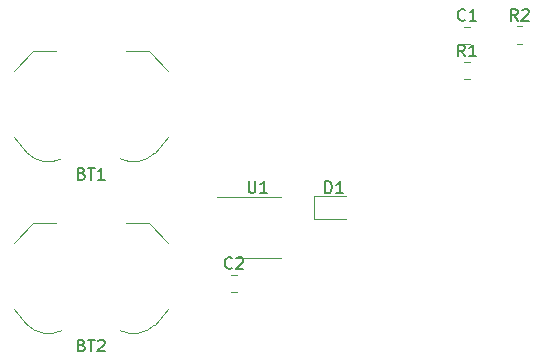
<source format=gbr>
%TF.GenerationSoftware,KiCad,Pcbnew,(5.1.10)-1*%
%TF.CreationDate,2021-09-28T21:44:29-07:00*%
%TF.ProjectId,TomasMendoza,546f6d61-734d-4656-9e64-6f7a612e6b69,rev?*%
%TF.SameCoordinates,Original*%
%TF.FileFunction,Legend,Top*%
%TF.FilePolarity,Positive*%
%FSLAX46Y46*%
G04 Gerber Fmt 4.6, Leading zero omitted, Abs format (unit mm)*
G04 Created by KiCad (PCBNEW (5.1.10)-1) date 2021-09-28 21:44:29*
%MOMM*%
%LPD*%
G01*
G04 APERTURE LIST*
%ADD10C,0.120000*%
%ADD11C,0.150000*%
G04 APERTURE END LIST*
D10*
%TO.C,U1*%
X165715001Y-103615001D02*
X162265001Y-103615001D01*
X165715001Y-103615001D02*
X167665001Y-103615001D01*
X165715001Y-108735001D02*
X163765001Y-108735001D01*
X165715001Y-108735001D02*
X167665001Y-108735001D01*
%TO.C,BT1*%
X145065001Y-92925001D02*
X146715001Y-91275001D01*
X156515001Y-91275001D02*
X158165001Y-92925001D01*
X156515001Y-91275001D02*
X154615001Y-91275001D01*
X146715001Y-91275001D02*
X148615001Y-91275001D01*
X145065001Y-98525001D02*
X146215001Y-99875001D01*
X158165001Y-98525001D02*
X157015001Y-99875001D01*
X149110903Y-100372608D02*
G75*
G02*
X146215001Y-99875001I-1095902J2297607D01*
G01*
X154116695Y-100371459D02*
G75*
G03*
X157015001Y-99875001I1098306J2296458D01*
G01*
%TO.C,BT2*%
X158165001Y-113075001D02*
X157015001Y-114425001D01*
X145065001Y-113075001D02*
X146215001Y-114425001D01*
X146715001Y-105825001D02*
X148615001Y-105825001D01*
X156515001Y-105825001D02*
X154615001Y-105825001D01*
X156515001Y-105825001D02*
X158165001Y-107475001D01*
X145065001Y-107475001D02*
X146715001Y-105825001D01*
X154116695Y-114921459D02*
G75*
G03*
X157015001Y-114425001I1098306J2296458D01*
G01*
X149110903Y-114922608D02*
G75*
G02*
X146215001Y-114425001I-1095902J2297607D01*
G01*
%TO.C,C1*%
X183203749Y-89170001D02*
X183726253Y-89170001D01*
X183203749Y-90640001D02*
X183726253Y-90640001D01*
%TO.C,C2*%
X163453749Y-111640001D02*
X163976253Y-111640001D01*
X163453749Y-110170001D02*
X163976253Y-110170001D01*
%TO.C,D1*%
X170500001Y-105430001D02*
X173185001Y-105430001D01*
X170500001Y-103510001D02*
X170500001Y-105430001D01*
X173185001Y-103510001D02*
X170500001Y-103510001D01*
%TO.C,R1*%
X183217937Y-93620001D02*
X183672065Y-93620001D01*
X183217937Y-92150001D02*
X183672065Y-92150001D01*
%TO.C,R2*%
X187667937Y-89140001D02*
X188122065Y-89140001D01*
X187667937Y-90610001D02*
X188122065Y-90610001D01*
%TO.C,U1*%
D11*
X164953096Y-102227381D02*
X164953096Y-103036905D01*
X165000715Y-103132143D01*
X165048334Y-103179762D01*
X165143572Y-103227381D01*
X165334048Y-103227381D01*
X165429286Y-103179762D01*
X165476905Y-103132143D01*
X165524524Y-103036905D01*
X165524524Y-102227381D01*
X166524524Y-103227381D02*
X165953096Y-103227381D01*
X166238810Y-103227381D02*
X166238810Y-102227381D01*
X166143572Y-102370239D01*
X166048334Y-102465477D01*
X165953096Y-102513096D01*
%TO.C,BT1*%
X150829286Y-101603572D02*
X150972143Y-101651191D01*
X151019762Y-101698810D01*
X151067381Y-101794048D01*
X151067381Y-101936905D01*
X151019762Y-102032143D01*
X150972143Y-102079762D01*
X150876905Y-102127381D01*
X150495953Y-102127381D01*
X150495953Y-101127381D01*
X150829286Y-101127381D01*
X150924524Y-101175001D01*
X150972143Y-101222620D01*
X151019762Y-101317858D01*
X151019762Y-101413096D01*
X150972143Y-101508334D01*
X150924524Y-101555953D01*
X150829286Y-101603572D01*
X150495953Y-101603572D01*
X151353096Y-101127381D02*
X151924524Y-101127381D01*
X151638810Y-102127381D02*
X151638810Y-101127381D01*
X152781667Y-102127381D02*
X152210239Y-102127381D01*
X152495953Y-102127381D02*
X152495953Y-101127381D01*
X152400715Y-101270239D01*
X152305477Y-101365477D01*
X152210239Y-101413096D01*
%TO.C,BT2*%
X150829286Y-116153572D02*
X150972143Y-116201191D01*
X151019762Y-116248810D01*
X151067381Y-116344048D01*
X151067381Y-116486905D01*
X151019762Y-116582143D01*
X150972143Y-116629762D01*
X150876905Y-116677381D01*
X150495953Y-116677381D01*
X150495953Y-115677381D01*
X150829286Y-115677381D01*
X150924524Y-115725001D01*
X150972143Y-115772620D01*
X151019762Y-115867858D01*
X151019762Y-115963096D01*
X150972143Y-116058334D01*
X150924524Y-116105953D01*
X150829286Y-116153572D01*
X150495953Y-116153572D01*
X151353096Y-115677381D02*
X151924524Y-115677381D01*
X151638810Y-116677381D02*
X151638810Y-115677381D01*
X152210239Y-115772620D02*
X152257858Y-115725001D01*
X152353096Y-115677381D01*
X152591191Y-115677381D01*
X152686429Y-115725001D01*
X152734048Y-115772620D01*
X152781667Y-115867858D01*
X152781667Y-115963096D01*
X152734048Y-116105953D01*
X152162620Y-116677381D01*
X152781667Y-116677381D01*
%TO.C,C1*%
X183298334Y-88582143D02*
X183250715Y-88629762D01*
X183107858Y-88677381D01*
X183012620Y-88677381D01*
X182869762Y-88629762D01*
X182774524Y-88534524D01*
X182726905Y-88439286D01*
X182679286Y-88248810D01*
X182679286Y-88105953D01*
X182726905Y-87915477D01*
X182774524Y-87820239D01*
X182869762Y-87725001D01*
X183012620Y-87677381D01*
X183107858Y-87677381D01*
X183250715Y-87725001D01*
X183298334Y-87772620D01*
X184250715Y-88677381D02*
X183679286Y-88677381D01*
X183965001Y-88677381D02*
X183965001Y-87677381D01*
X183869762Y-87820239D01*
X183774524Y-87915477D01*
X183679286Y-87963096D01*
%TO.C,C2*%
X163548334Y-109582143D02*
X163500715Y-109629762D01*
X163357858Y-109677381D01*
X163262620Y-109677381D01*
X163119762Y-109629762D01*
X163024524Y-109534524D01*
X162976905Y-109439286D01*
X162929286Y-109248810D01*
X162929286Y-109105953D01*
X162976905Y-108915477D01*
X163024524Y-108820239D01*
X163119762Y-108725001D01*
X163262620Y-108677381D01*
X163357858Y-108677381D01*
X163500715Y-108725001D01*
X163548334Y-108772620D01*
X163929286Y-108772620D02*
X163976905Y-108725001D01*
X164072143Y-108677381D01*
X164310239Y-108677381D01*
X164405477Y-108725001D01*
X164453096Y-108772620D01*
X164500715Y-108867858D01*
X164500715Y-108963096D01*
X164453096Y-109105953D01*
X163881667Y-109677381D01*
X164500715Y-109677381D01*
%TO.C,D1*%
X171446905Y-103272381D02*
X171446905Y-102272381D01*
X171685001Y-102272381D01*
X171827858Y-102320001D01*
X171923096Y-102415239D01*
X171970715Y-102510477D01*
X172018334Y-102700953D01*
X172018334Y-102843810D01*
X171970715Y-103034286D01*
X171923096Y-103129524D01*
X171827858Y-103224762D01*
X171685001Y-103272381D01*
X171446905Y-103272381D01*
X172970715Y-103272381D02*
X172399286Y-103272381D01*
X172685001Y-103272381D02*
X172685001Y-102272381D01*
X172589762Y-102415239D01*
X172494524Y-102510477D01*
X172399286Y-102558096D01*
%TO.C,R1*%
X183278334Y-91687381D02*
X182945001Y-91211191D01*
X182706905Y-91687381D02*
X182706905Y-90687381D01*
X183087858Y-90687381D01*
X183183096Y-90735001D01*
X183230715Y-90782620D01*
X183278334Y-90877858D01*
X183278334Y-91020715D01*
X183230715Y-91115953D01*
X183183096Y-91163572D01*
X183087858Y-91211191D01*
X182706905Y-91211191D01*
X184230715Y-91687381D02*
X183659286Y-91687381D01*
X183945001Y-91687381D02*
X183945001Y-90687381D01*
X183849762Y-90830239D01*
X183754524Y-90925477D01*
X183659286Y-90973096D01*
%TO.C,R2*%
X187728334Y-88677381D02*
X187395001Y-88201191D01*
X187156905Y-88677381D02*
X187156905Y-87677381D01*
X187537858Y-87677381D01*
X187633096Y-87725001D01*
X187680715Y-87772620D01*
X187728334Y-87867858D01*
X187728334Y-88010715D01*
X187680715Y-88105953D01*
X187633096Y-88153572D01*
X187537858Y-88201191D01*
X187156905Y-88201191D01*
X188109286Y-87772620D02*
X188156905Y-87725001D01*
X188252143Y-87677381D01*
X188490239Y-87677381D01*
X188585477Y-87725001D01*
X188633096Y-87772620D01*
X188680715Y-87867858D01*
X188680715Y-87963096D01*
X188633096Y-88105953D01*
X188061667Y-88677381D01*
X188680715Y-88677381D01*
%TD*%
M02*

</source>
